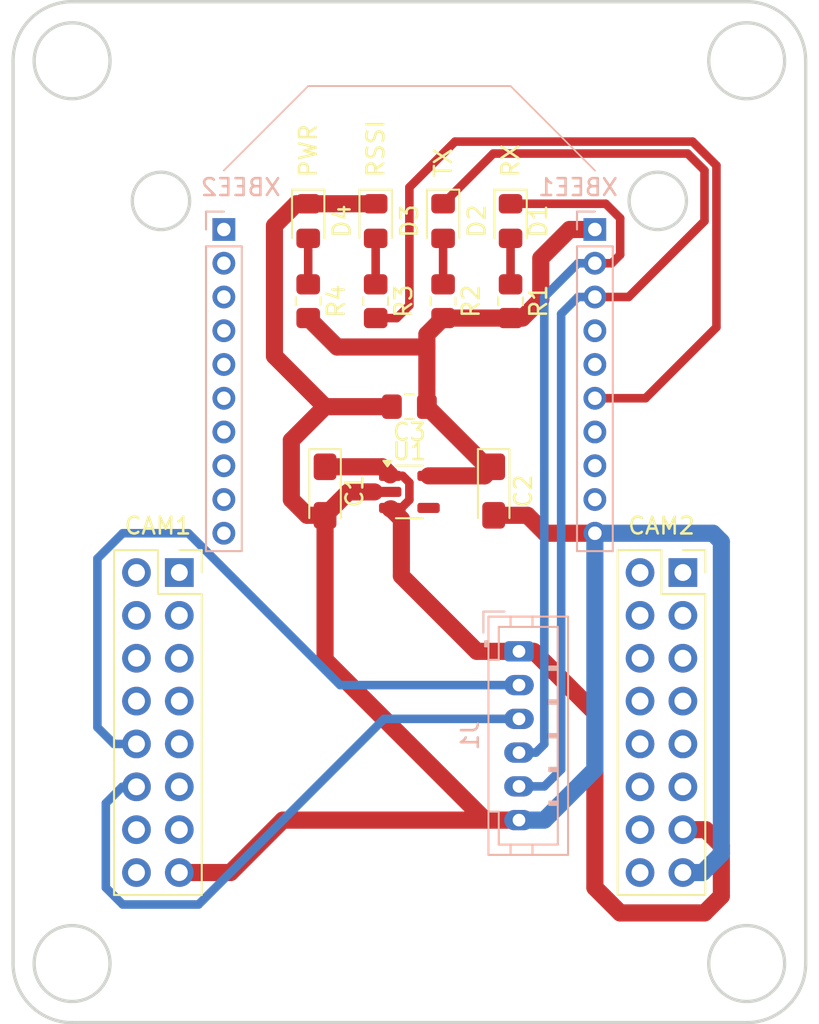
<source format=kicad_pcb>
(kicad_pcb (version 20240108) (generator "pcbnew") (generator_version "8.0")
  (layers (0 "F.Cu" signal) (31 "B.Cu" signal) (34 "B.Paste" user) (35 "F.Paste" user) (36 "B.SilkS" user "B.Silkscreen") (37 "F.SilkS" user "F.Silkscreen") (38 "B.Mask" user) (39 "F.Mask" user) (44 "Edge.Cuts" user))
  (net 0 "")
  (net 1 "+5V")
  (net 2 "GND")
  (net 3 "+3V3")
  (net 20 "COM_RX")
  (net 21 "CAMERA_TX")
  (net 22 "COM_TX")
  (net 23 "CAMERA_RX")
  (net 24 "Net-(D1-A)")
  (net 25 "Net-(D2-A)")
  (net 26 "Net-(D3-A)")
  (net 27 "Net-(D4-A)")
  (net 28 "XBEE_RSSI")
  (footprint "LED_SMD:LED_0805_2012Metric_Pad1.15x1.40mm_HandSolder" (layer "F.Cu") (at 2 -4 -90)
    (property "Reference" "D2" (at 0 -2 90) (layer "F.SilkS"))
    (property "Value" "LED")
    (fp_line (start -1.86 0.96) (end 1 0.96) (stroke (width 0.12)) (layer "F.SilkS"))
    (fp_line (start -1.86 -0.96) (end -1.86 0.96) (stroke (width 0.12)) (layer "F.SilkS"))
    (fp_line (start 1 -0.96) (end -1.86 -0.96) (stroke (width 0.12)) (layer "F.SilkS"))
    (pad "1" smd roundrect (at -1.025 0 270) (size 1.15 1.4) (layers "F.Cu" "F.Paste" "F.Mask") (roundrect_rratio 0.217391) (net 22 "COM_TX"))
    (pad "2" smd roundrect (at 1.025 0 270) (size 1.15 1.4) (layers "F.Cu" "F.Paste" "F.Mask") (roundrect_rratio 0.217391) (net 25 "Net-(D2-A)"))
  )
  (footprint "LED_SMD:LED_0805_2012Metric_Pad1.15x1.40mm_HandSolder" (layer "F.Cu") (at -2 -4 -90)
    (property "Reference" "D3" (at 0 -2 90) (layer "F.SilkS"))
    (property "Value" "LED")
    (fp_line (start -1.86 0.96) (end 1 0.96) (stroke (width 0.12)) (layer "F.SilkS"))
    (fp_line (start -1.86 -0.96) (end -1.86 0.96) (stroke (width 0.12)) (layer "F.SilkS"))
    (fp_line (start 1 -0.96) (end -1.86 -0.96) (stroke (width 0.12)) (layer "F.SilkS"))
    (pad "1" smd roundrect (at -1.025 0 270) (size 1.15 1.4) (layers "F.Cu" "F.Paste" "F.Mask") (roundrect_rratio 0.217391) (net 2 "GND"))
    (pad "2" smd roundrect (at 1.025 0 270) (size 1.15 1.4) (layers "F.Cu" "F.Paste" "F.Mask") (roundrect_rratio 0.217391) (net 26 "Net-(D3-A)"))
  )
  (footprint "Resistor_SMD:R_0805_2012Metric_Pad1.20x1.40mm_HandSolder" (layer "F.Cu") (at -2 0.75 -90)
    (property "Reference" "R3" (at 0 -1.65 90) (layer "F.SilkS"))
    (property "Value" "1k")
    (fp_line (start -0.227064 0.735) (end 0.227064 0.735) (stroke (width 0.12)) (layer "F.SilkS"))
    (fp_line (start -0.227064 -0.735) (end 0.227064 -0.735) (stroke (width 0.12)) (layer "F.SilkS"))
    (pad "1" smd roundrect (at -1 0 270) (size 1.2 1.4) (layers "F.Cu" "F.Paste" "F.Mask") (roundrect_rratio 0.208333) (net 26 "Net-(D3-A)"))
    (pad "2" smd roundrect (at 1 0 270) (size 1.2 1.4) (layers "F.Cu" "F.Paste" "F.Mask") (roundrect_rratio 0.208333) (net 28 "XBEE_RSSI"))
  )
  (footprint "Resistor_SMD:R_0805_2012Metric_Pad1.20x1.40mm_HandSolder" (layer "F.Cu") (at 2 0.75 -90)
    (property "Reference" "R2" (at 0 -1.65 90) (layer "F.SilkS"))
    (property "Value" "1k")
    (fp_line (start -0.227064 0.735) (end 0.227064 0.735) (stroke (width 0.12)) (layer "F.SilkS"))
    (fp_line (start -0.227064 -0.735) (end 0.227064 -0.735) (stroke (width 0.12)) (layer "F.SilkS"))
    (pad "1" smd roundrect (at -1 0 270) (size 1.2 1.4) (layers "F.Cu" "F.Paste" "F.Mask") (roundrect_rratio 0.208333) (net 25 "Net-(D2-A)"))
    (pad "2" smd roundrect (at 1 0 270) (size 1.2 1.4) (layers "F.Cu" "F.Paste" "F.Mask") (roundrect_rratio 0.208333) (net 3 "+3V3"))
  )
  (footprint "Capacitor_Tantalum_SMD:CP_EIA-3216-12_Kemet-S_Pad1.58x1.35mm_HandSolder" (layer "F.Cu") (at -5 12 -90)
    (property "Reference" "C1" (at 0 -1.75 90) (layer "F.SilkS"))
    (property "Value" "10uF")
    (fp_line (start -2.485 0.935) (end 1.6 0.935) (stroke (width 0.12)) (layer "F.SilkS"))
    (fp_line (start -2.485 -0.935) (end -2.485 0.935) (stroke (width 0.12)) (layer "F.SilkS"))
    (fp_line (start 1.6 -0.935) (end -2.485 -0.935) (stroke (width 0.12)) (layer "F.SilkS"))
    (pad "1" smd roundrect (at -1.4375 0 270) (size 1.575 1.35) (layers "F.Cu" "F.Paste" "F.Mask") (roundrect_rratio 0.185185) (net 1 "+5V"))
    (pad "2" smd roundrect (at 1.4375 0 270) (size 1.575 1.35) (layers "F.Cu" "F.Paste" "F.Mask") (roundrect_rratio 0.185185) (net 2 "GND"))
  )
  (footprint "Connector_PinSocket_2.54mm:PinSocket_2x08_P2.54mm_Vertical" (layer "F.Cu") (at -13.642 16.827165)
    (property "Reference" "CAM1" (at -1.27 -2.77 0) (layer "F.SilkS"))
    (property "Value" "Conn_02x08_Top_Bottom")
    (fp_line (start -3.87 -1.33) (end -3.87 19.11) (stroke (width 0.12)) (layer "F.SilkS"))
    (fp_line (start -3.87 -1.33) (end -1.27 -1.33) (stroke (width 0.12)) (layer "F.SilkS"))
    (fp_line (start -3.87 19.11) (end 1.33 19.11) (stroke (width 0.12)) (layer "F.SilkS"))
    (fp_line (start -1.27 -1.33) (end -1.27 1.27) (stroke (width 0.12)) (layer "F.SilkS"))
    (fp_line (start -1.27 1.27) (end 1.33 1.27) (stroke (width 0.12)) (layer "F.SilkS"))
    (fp_line (start 0 -1.33) (end 1.33 -1.33) (stroke (width 0.12)) (layer "F.SilkS"))
    (fp_line (start 1.33 -1.33) (end 1.33 0) (stroke (width 0.12)) (layer "F.SilkS"))
    (fp_line (start 1.33 1.27) (end 1.33 19.11) (stroke (width 0.12)) (layer "F.SilkS"))
    (pad "1" thru_hole rect (at 0 0) (size 1.7 1.7) (drill 1) (layers "*.Cu" "*.Mask"))
    (pad "2" thru_hole oval (at -2.54 0) (size 1.7 1.7) (drill 1) (layers "*.Cu" "*.Mask"))
    (pad "3" thru_hole oval (at 0 2.54) (size 1.7 1.7) (drill 1) (layers "*.Cu" "*.Mask"))
    (pad "4" thru_hole oval (at -2.54 2.54) (size 1.7 1.7) (drill 1) (layers "*.Cu" "*.Mask"))
    (pad "5" thru_hole oval (at 0 5.08) (size 1.7 1.7) (drill 1) (layers "*.Cu" "*.Mask"))
    (pad "6" thru_hole oval (at -2.54 5.08) (size 1.7 1.7) (drill 1) (layers "*.Cu" "*.Mask"))
    (pad "7" thru_hole oval (at 0 7.62) (size 1.7 1.7) (drill 1) (layers "*.Cu" "*.Mask"))
    (pad "8" thru_hole oval (at -2.54 7.62) (size 1.7 1.7) (drill 1) (layers "*.Cu" "*.Mask"))
    (pad "9" thru_hole oval (at 0 10.16) (size 1.7 1.7) (drill 1) (layers "*.Cu" "*.Mask"))
    (pad "10" thru_hole oval (at -2.54 10.16) (size 1.7 1.7) (drill 1) (layers "*.Cu" "*.Mask") (net 23 "CAMERA_RX"))
    (pad "11" thru_hole oval (at 0 12.7) (size 1.7 1.7) (drill 1) (layers "*.Cu" "*.Mask"))
    (pad "12" thru_hole oval (at -2.54 12.7) (size 1.7 1.7) (drill 1) (layers "*.Cu" "*.Mask") (net 21 "CAMERA_TX"))
    (pad "13" thru_hole oval (at 0 15.24) (size 1.7 1.7) (drill 1) (layers "*.Cu" "*.Mask"))
    (pad "14" thru_hole oval (at -2.54 15.24) (size 1.7 1.7) (drill 1) (layers "*.Cu" "*.Mask"))
    (pad "15" thru_hole oval (at 0 17.78) (size 1.7 1.7) (drill 1) (layers "*.Cu" "*.Mask") (net 2 "GND"))
    (pad "16" thru_hole oval (at -2.54 17.78) (size 1.7 1.7) (drill 1) (layers "*.Cu" "*.Mask"))
  )
  (footprint "LED_SMD:LED_0805_2012Metric_Pad1.15x1.40mm_HandSolder" (layer "F.Cu") (at 6 -4 -90)
    (property "Reference" "D1" (at 0 -1.65 90) (layer "F.SilkS"))
    (property "Value" "LED")
    (fp_line (start -1.86 0.96) (end 1 0.96) (stroke (width 0.12)) (layer "F.SilkS"))
    (fp_line (start -1.86 -0.96) (end -1.86 0.96) (stroke (width 0.12)) (layer "F.SilkS"))
    (fp_line (start 1 -0.96) (end -1.86 -0.96) (stroke (width 0.12)) (layer "F.SilkS"))
    (pad "1" smd roundrect (at -1.025 0 270) (size 1.15 1.4) (layers "F.Cu" "F.Paste" "F.Mask") (roundrect_rratio 0.217391) (net 20 "COM_RX"))
    (pad "2" smd roundrect (at 1.025 0 270) (size 1.15 1.4) (layers "F.Cu" "F.Paste" "F.Mask") (roundrect_rratio 0.217391) (net 24 "Net-(D1-A)"))
  )
  (footprint "Package_TO_SOT_SMD:SOT-23-5" (layer "F.Cu") (at 0 12.05)
    (property "Reference" "U1" (at 0 -2.4 0) (layer "F.SilkS"))
    (property "Value" "MIC5219-3.3YM5")
    (fp_line (start 0 -1.56) (end -0.8 -1.56) (stroke (width 0.12)) (layer "F.SilkS"))
    (fp_line (start 0 -1.56) (end 0.8 -1.56) (stroke (width 0.12)) (layer "F.SilkS"))
    (fp_line (start 0 1.56) (end -0.8 1.56) (stroke (width 0.12)) (layer "F.SilkS"))
    (fp_line (start 0 1.56) (end 0.8 1.56) (stroke (width 0.12)) (layer "F.SilkS"))
    (fp_poly (pts (xy -1.3 -1.51) (xy -1.54 -1.84) (xy -1.06 -1.84) (xy -1.3 -1.51)) (stroke (width 0.12)) (fill solid) (layer "F.SilkS"))
    (pad "1" smd roundrect (at -1.1375 -0.95) (size 1.325 0.6) (layers "F.Cu" "F.Paste" "F.Mask") (net 1 "+5V"))
    (pad "2" smd roundrect (at -1.1375 0) (size 1.325 0.6) (layers "F.Cu" "F.Paste" "F.Mask") (net 2 "GND"))
    (pad "3" smd roundrect (at -1.1375 0.95) (size 1.325 0.6) (layers "F.Cu" "F.Paste" "F.Mask") (net 1 "+5V"))
    (pad "4" smd roundrect (at 1.1375 0.95) (size 1.325 0.6) (layers "F.Cu" "F.Paste" "F.Mask"))
    (pad "5" smd roundrect (at 1.1375 -0.95) (size 1.325 0.6) (layers "F.Cu" "F.Paste" "F.Mask") (net 3 "+3V3"))
  )
  (footprint "Capacitor_SMD:C_0805_2012Metric_Pad1.18x1.45mm_HandSolder" (layer "F.Cu") (at 0 7 180)
    (property "Reference" "C3" (at 0 -1.5 0) (layer "F.SilkS"))
    (property "Value" "0.1uF")
    (fp_line (start -0.261252 0.735) (end 0.261252 0.735) (stroke (width 0.12)) (layer "F.SilkS"))
    (fp_line (start -0.261252 -0.735) (end 0.261252 -0.735) (stroke (width 0.12)) (layer "F.SilkS"))
    (pad "1" smd roundrect (at -1.0375 0 180) (size 1.175 1.45) (layers "F.Cu" "F.Paste" "F.Mask") (roundrect_rratio 0.212766) (net 3 "+3V3"))
    (pad "2" smd roundrect (at 1.0375 0 180) (size 1.175 1.45) (layers "F.Cu" "F.Paste" "F.Mask") (roundrect_rratio 0.212766) (net 2 "GND"))
  )
  (footprint "Resistor_SMD:R_0805_2012Metric_Pad1.20x1.40mm_HandSolder" (layer "F.Cu") (at -6 0.75 -90)
    (property "Reference" "R4" (at 0 -1.65 90) (layer "F.SilkS"))
    (property "Value" "1k")
    (fp_line (start -0.227064 0.735) (end 0.227064 0.735) (stroke (width 0.12)) (layer "F.SilkS"))
    (fp_line (start -0.227064 -0.735) (end 0.227064 -0.735) (stroke (width 0.12)) (layer "F.SilkS"))
    (pad "1" smd roundrect (at -1 0 270) (size 1.2 1.4) (layers "F.Cu" "F.Paste" "F.Mask") (roundrect_rratio 0.208333) (net 27 "Net-(D4-A)"))
    (pad "2" smd roundrect (at 1 0 270) (size 1.2 1.4) (layers "F.Cu" "F.Paste" "F.Mask") (roundrect_rratio 0.208333) (net 3 "+3V3"))
  )
  (footprint "Connector_PinSocket_2.54mm:PinSocket_2x08_P2.54mm_Vertical" (layer "F.Cu") (at 16.218 16.827165)
    (property "Reference" "CAM2" (at -1.27 -2.77 0) (layer "F.SilkS"))
    (property "Value" "Conn_02x08_Top_Bottom")
    (fp_line (start -3.87 -1.33) (end -3.87 19.11) (stroke (width 0.12)) (layer "F.SilkS"))
    (fp_line (start -3.87 -1.33) (end -1.27 -1.33) (stroke (width 0.12)) (layer "F.SilkS"))
    (fp_line (start -3.87 19.11) (end 1.33 19.11) (stroke (width 0.12)) (layer "F.SilkS"))
    (fp_line (start -1.27 -1.33) (end -1.27 1.27) (stroke (width 0.12)) (layer "F.SilkS"))
    (fp_line (start -1.27 1.27) (end 1.33 1.27) (stroke (width 0.12)) (layer "F.SilkS"))
    (fp_line (start 0 -1.33) (end 1.33 -1.33) (stroke (width 0.12)) (layer "F.SilkS"))
    (fp_line (start 1.33 -1.33) (end 1.33 0) (stroke (width 0.12)) (layer "F.SilkS"))
    (fp_line (start 1.33 1.27) (end 1.33 19.11) (stroke (width 0.12)) (layer "F.SilkS"))
    (pad "1" thru_hole rect (at 0 0) (size 1.7 1.7) (drill 1) (layers "*.Cu" "*.Mask"))
    (pad "2" thru_hole oval (at -2.54 0) (size 1.7 1.7) (drill 1) (layers "*.Cu" "*.Mask"))
    (pad "3" thru_hole oval (at 0 2.54) (size 1.7 1.7) (drill 1) (layers "*.Cu" "*.Mask"))
    (pad "4" thru_hole oval (at -2.54 2.54) (size 1.7 1.7) (drill 1) (layers "*.Cu" "*.Mask"))
    (pad "5" thru_hole oval (at 0 5.08) (size 1.7 1.7) (drill 1) (layers "*.Cu" "*.Mask"))
    (pad "6" thru_hole oval (at -2.54 5.08) (size 1.7 1.7) (drill 1) (layers "*.Cu" "*.Mask"))
    (pad "7" thru_hole oval (at 0 7.62) (size 1.7 1.7) (drill 1) (layers "*.Cu" "*.Mask"))
    (pad "8" thru_hole oval (at -2.54 7.62) (size 1.7 1.7) (drill 1) (layers "*.Cu" "*.Mask"))
    (pad "9" thru_hole oval (at 0 10.16) (size 1.7 1.7) (drill 1) (layers "*.Cu" "*.Mask"))
    (pad "10" thru_hole oval (at -2.54 10.16) (size 1.7 1.7) (drill 1) (layers "*.Cu" "*.Mask"))
    (pad "11" thru_hole oval (at 0 12.7) (size 1.7 1.7) (drill 1) (layers "*.Cu" "*.Mask"))
    (pad "12" thru_hole oval (at -2.54 12.7) (size 1.7 1.7) (drill 1) (layers "*.Cu" "*.Mask"))
    (pad "13" thru_hole oval (at 0 15.24) (size 1.7 1.7) (drill 1) (layers "*.Cu" "*.Mask") (net 1 "+5V"))
    (pad "14" thru_hole oval (at -2.54 15.24) (size 1.7 1.7) (drill 1) (layers "*.Cu" "*.Mask"))
    (pad "15" thru_hole oval (at 0 17.78) (size 1.7 1.7) (drill 1) (layers "*.Cu" "*.Mask") (net 2 "GND"))
    (pad "16" thru_hole oval (at -2.54 17.78) (size 1.7 1.7) (drill 1) (layers "*.Cu" "*.Mask"))
  )
  (footprint "LED_SMD:LED_0805_2012Metric_Pad1.15x1.40mm_HandSolder" (layer "F.Cu") (at -6 -4 -90)
    (property "Reference" "D4" (at 0 -2 90) (layer "F.SilkS"))
    (property "Value" "LED")
    (fp_line (start -1.86 0.96) (end 1 0.96) (stroke (width 0.12)) (layer "F.SilkS"))
    (fp_line (start -1.86 -0.96) (end -1.86 0.96) (stroke (width 0.12)) (layer "F.SilkS"))
    (fp_line (start 1 -0.96) (end -1.86 -0.96) (stroke (width 0.12)) (layer "F.SilkS"))
    (pad "1" smd roundrect (at -1.025 0 270) (size 1.15 1.4) (layers "F.Cu" "F.Paste" "F.Mask") (roundrect_rratio 0.217391) (net 2 "GND"))
    (pad "2" smd roundrect (at 1.025 0 270) (size 1.15 1.4) (layers "F.Cu" "F.Paste" "F.Mask") (roundrect_rratio 0.217391) (net 27 "Net-(D4-A)"))
  )
  (footprint "Capacitor_Tantalum_SMD:CP_EIA-3216-12_Kemet-S_Pad1.58x1.35mm_HandSolder" (layer "F.Cu") (at 5 12 -90)
    (property "Reference" "C2" (at 0 -1.75 90) (layer "F.SilkS"))
    (property "Value" "10uF")
    (fp_line (start -2.485 0.935) (end 1.6 0.935) (stroke (width 0.12)) (layer "F.SilkS"))
    (fp_line (start -2.485 -0.935) (end -2.485 0.935) (stroke (width 0.12)) (layer "F.SilkS"))
    (fp_line (start 1.6 -0.935) (end -2.485 -0.935) (stroke (width 0.12)) (layer "F.SilkS"))
    (pad "1" smd roundrect (at -1.4375 0 270) (size 1.575 1.35) (layers "F.Cu" "F.Paste" "F.Mask") (roundrect_rratio 0.185185) (net 3 "+3V3"))
    (pad "2" smd roundrect (at 1.4375 0 270) (size 1.575 1.35) (layers "F.Cu" "F.Paste" "F.Mask") (roundrect_rratio 0.185185) (net 2 "GND"))
  )
  (footprint "Resistor_SMD:R_0805_2012Metric_Pad1.20x1.40mm_HandSolder" (layer "F.Cu") (at 6 0.75 -90)
    (property "Reference" "R1" (at 0 -1.65 90) (layer "F.SilkS"))
    (property "Value" "1k")
    (fp_line (start -0.227064 0.735) (end 0.227064 0.735) (stroke (width 0.12)) (layer "F.SilkS"))
    (fp_line (start -0.227064 -0.735) (end 0.227064 -0.735) (stroke (width 0.12)) (layer "F.SilkS"))
    (pad "1" smd roundrect (at -1 0 270) (size 1.2 1.4) (layers "F.Cu" "F.Paste" "F.Mask") (roundrect_rratio 0.208333) (net 24 "Net-(D1-A)"))
    (pad "2" smd roundrect (at 1 0 270) (size 1.2 1.4) (layers "F.Cu" "F.Paste" "F.Mask") (roundrect_rratio 0.208333) (net 3 "+3V3"))
  )
  (footprint "Connector_PinSocket_2.00mm:PinSocket_1x10_P2.00mm_Vertical" (layer "B.Cu") (at -11 -3.5 180)
    (property "Reference" "XBEE2" (at -1 2.5 0) (layer "B.SilkS") (effects (justify mirror)))
    (property "Value" "Conn_01x10")
    (fp_line (start 1.06 1.06) (end 0 1.06) (stroke (width 0.12)) (layer "B.SilkS"))
    (fp_line (start 1.06 0) (end 1.06 1.06) (stroke (width 0.12)) (layer "B.SilkS"))
    (fp_line (start 1.06 -1) (end -1.06 -1) (stroke (width 0.12)) (layer "B.SilkS"))
    (fp_line (start 1.06 -19.06) (end 1.06 -1) (stroke (width 0.12)) (layer "B.SilkS"))
    (fp_line (start 1.06 -19.06) (end -1.06 -19.06) (stroke (width 0.12)) (layer "B.SilkS"))
    (fp_line (start -1.06 -19.06) (end -1.06 -1) (stroke (width 0.12)) (layer "B.SilkS"))
    (pad "1" thru_hole rect (at 0 0 180) (size 1.35 1.35) (drill 0.8) (layers "*.Cu" "*.Mask"))
    (pad "2" thru_hole oval (at 0 -2 180) (size 1.35 1.35) (drill 0.8) (layers "*.Cu" "*.Mask"))
    (pad "3" thru_hole oval (at 0 -4 180) (size 1.35 1.35) (drill 0.8) (layers "*.Cu" "*.Mask"))
    (pad "4" thru_hole oval (at 0 -6 180) (size 1.35 1.35) (drill 0.8) (layers "*.Cu" "*.Mask"))
    (pad "5" thru_hole oval (at 0 -8 180) (size 1.35 1.35) (drill 0.8) (layers "*.Cu" "*.Mask"))
    (pad "6" thru_hole oval (at 0 -10 180) (size 1.35 1.35) (drill 0.8) (layers "*.Cu" "*.Mask"))
    (pad "7" thru_hole oval (at 0 -12 180) (size 1.35 1.35) (drill 0.8) (layers "*.Cu" "*.Mask"))
    (pad "8" thru_hole oval (at 0 -14 180) (size 1.35 1.35) (drill 0.8) (layers "*.Cu" "*.Mask"))
    (pad "9" thru_hole oval (at 0 -16 180) (size 1.35 1.35) (drill 0.8) (layers "*.Cu" "*.Mask"))
    (pad "10" thru_hole oval (at 0 -18 180) (size 1.35 1.35) (drill 0.8) (layers "*.Cu" "*.Mask"))
  )
  (footprint "Connector_JST:JST_PH_B6B-PH-K_1x06_P2.00mm_Vertical" (layer "B.Cu") (at 6.5 21.5 -90)
    (property "Reference" "J1" (at 5 2.9 90) (layer "B.SilkS") (effects (justify mirror)))
    (property "Value" "Conn_01x06")
    (fp_line (start -2.36 2.11) (end -1.11 2.11) (stroke (width 0.12)) (layer "B.SilkS"))
    (fp_line (start -0.6 2.01) (end -0.3 2.01) (stroke (width 0.12)) (layer "B.SilkS"))
    (fp_line (start -0.3 2.01) (end -0.3 1.81) (stroke (width 0.12)) (layer "B.SilkS"))
    (fp_line (start -0.6 1.91) (end -0.3 1.91) (stroke (width 0.12)) (layer "B.SilkS"))
    (fp_line (start -2.06 1.81) (end 12.06 1.81) (stroke (width 0.12)) (layer "B.SilkS"))
    (fp_line (start -0.6 1.81) (end -0.6 2.01) (stroke (width 0.12)) (layer "B.SilkS"))
    (fp_line (start 9.5 1.81) (end 9.5 1.2) (stroke (width 0.12)) (layer "B.SilkS"))
    (fp_line (start 12.06 1.81) (end 12.06 -2.91) (stroke (width 0.12)) (layer "B.SilkS"))
    (fp_line (start -1.45 1.2) (end 0.5 1.2) (stroke (width 0.12)) (layer "B.SilkS"))
    (fp_line (start 0.5 1.2) (end 0.5 1.81) (stroke (width 0.12)) (layer "B.SilkS"))
    (fp_line (start 9.5 1.2) (end 11.45 1.2) (stroke (width 0.12)) (layer "B.SilkS"))
    (fp_line (start 11.45 1.2) (end 11.45 -2.3) (stroke (width 0.12)) (layer "B.SilkS"))
    (fp_line (start -2.36 0.86) (end -2.36 2.11) (stroke (width 0.12)) (layer "B.SilkS"))
    (fp_line (start -1.45 0.5) (end -2.06 0.5) (stroke (width 0.12)) (layer "B.SilkS"))
    (fp_line (start 11.45 0.5) (end 12.06 0.5) (stroke (width 0.12)) (layer "B.SilkS"))
    (fp_line (start -1.45 -0.8) (end -2.06 -0.8) (stroke (width 0.12)) (layer "B.SilkS"))
    (fp_line (start 11.45 -0.8) (end 12.06 -0.8) (stroke (width 0.12)) (layer "B.SilkS"))
    (fp_line (start 0.9 -1.8) (end 0.9 -2.3) (stroke (width 0.12)) (layer "B.SilkS"))
    (fp_line (start 1 -1.8) (end 1 -2.3) (stroke (width 0.12)) (layer "B.SilkS"))
    (fp_line (start 1.1 -1.8) (end 0.9 -1.8) (stroke (width 0.12)) (layer "B.SilkS"))
    (fp_line (start 2.9 -1.8) (end 2.9 -2.3) (stroke (width 0.12)) (layer "B.SilkS"))
    (fp_line (start 3 -1.8) (end 3 -2.3) (stroke (width 0.12)) (layer "B.SilkS"))
    (fp_line (start 3.1 -1.8) (end 2.9 -1.8) (stroke (width 0.12)) (layer "B.SilkS"))
    (fp_line (start 4.9 -1.8) (end 4.9 -2.3) (stroke (width 0.12)) (layer "B.SilkS"))
    (fp_line (start 5 -1.8) (end 5 -2.3) (stroke (width 0.12)) (layer "B.SilkS"))
    (fp_line (start 5.1 -1.8) (end 4.9 -1.8) (stroke (width 0.12)) (layer "B.SilkS"))
    (fp_line (start 6.9 -1.8) (end 6.9 -2.3) (stroke (width 0.12)) (layer "B.SilkS"))
    (fp_line (start 7 -1.8) (end 7 -2.3) (stroke (width 0.12)) (layer "B.SilkS"))
    (fp_line (start 7.1 -1.8) (end 6.9 -1.8) (stroke (width 0.12)) (layer "B.SilkS"))
    (fp_line (start 8.9 -1.8) (end 8.9 -2.3) (stroke (width 0.12)) (layer "B.SilkS"))
    (fp_line (start 9 -1.8) (end 9 -2.3) (stroke (width 0.12)) (layer "B.SilkS"))
    (fp_line (start 9.1 -1.8) (end 8.9 -1.8) (stroke (width 0.12)) (layer "B.SilkS"))
    (fp_line (start -1.45 -2.3) (end -1.45 1.2) (stroke (width 0.12)) (layer "B.SilkS"))
    (fp_line (start 1.1 -2.3) (end 1.1 -1.8) (stroke (width 0.12)) (layer "B.SilkS"))
    (fp_line (start 3.1 -2.3) (end 3.1 -1.8) (stroke (width 0.12)) (layer "B.SilkS"))
    (fp_line (start 5.1 -2.3) (end 5.1 -1.8) (stroke (width 0.12)) (layer "B.SilkS"))
    (fp_line (start 7.1 -2.3) (end 7.1 -1.8) (stroke (width 0.12)) (layer "B.SilkS"))
    (fp_line (start 9.1 -2.3) (end 9.1 -1.8) (stroke (width 0.12)) (layer "B.SilkS"))
    (fp_line (start 11.45 -2.3) (end -1.45 -2.3) (stroke (width 0.12)) (layer "B.SilkS"))
    (fp_line (start -2.06 -2.91) (end -2.06 1.81) (stroke (width 0.12)) (layer "B.SilkS"))
    (fp_line (start 12.06 -2.91) (end -2.06 -2.91) (stroke (width 0.12)) (layer "B.SilkS"))
    (pad "1" thru_hole roundrect (at 0 0 270) (size 1.2 1.75) (drill 0.75) (layers "*.Cu" "*.Mask") (roundrect_rratio 0.208333) (net 1 "+5V"))
    (pad "2" thru_hole oval (at 2 0 270) (size 1.2 1.75) (drill 0.75) (layers "*.Cu" "*.Mask") (net 23 "CAMERA_RX"))
    (pad "3" thru_hole oval (at 4 0 270) (size 1.2 1.75) (drill 0.75) (layers "*.Cu" "*.Mask") (net 21 "CAMERA_TX"))
    (pad "4" thru_hole oval (at 6 0 270) (size 1.2 1.75) (drill 0.75) (layers "*.Cu" "*.Mask") (net 20 "COM_RX"))
    (pad "5" thru_hole oval (at 8 0 270) (size 1.2 1.75) (drill 0.75) (layers "*.Cu" "*.Mask") (net 22 "COM_TX"))
    (pad "6" thru_hole oval (at 10 0 270) (size 1.2 1.75) (drill 0.75) (layers "*.Cu" "*.Mask") (net 2 "GND"))
  )
  (footprint "Connector_PinSocket_2.00mm:PinSocket_1x10_P2.00mm_Vertical" (layer "B.Cu") (at 11 -3.5 180)
    (property "Reference" "XBEE1" (at 1 2.5 0) (layer "B.SilkS") (effects (justify mirror)))
    (property "Value" "Conn_01x10")
    (fp_line (start 1.06 1.06) (end 0 1.06) (stroke (width 0.12)) (layer "B.SilkS"))
    (fp_line (start 1.06 0) (end 1.06 1.06) (stroke (width 0.12)) (layer "B.SilkS"))
    (fp_line (start 1.06 -1) (end -1.06 -1) (stroke (width 0.12)) (layer "B.SilkS"))
    (fp_line (start 1.06 -19.06) (end 1.06 -1) (stroke (width 0.12)) (layer "B.SilkS"))
    (fp_line (start 1.06 -19.06) (end -1.06 -19.06) (stroke (width 0.12)) (layer "B.SilkS"))
    (fp_line (start -1.06 -19.06) (end -1.06 -1) (stroke (width 0.12)) (layer "B.SilkS"))
    (pad "1" thru_hole rect (at 0 0 180) (size 1.35 1.35) (drill 0.8) (layers "*.Cu" "*.Mask") (net 3 "+3V3"))
    (pad "2" thru_hole oval (at 0 -2 180) (size 1.35 1.35) (drill 0.8) (layers "*.Cu" "*.Mask") (net 20 "COM_RX"))
    (pad "3" thru_hole oval (at 0 -4 180) (size 1.35 1.35) (drill 0.8) (layers "*.Cu" "*.Mask") (net 22 "COM_TX"))
    (pad "4" thru_hole oval (at 0 -6 180) (size 1.35 1.35) (drill 0.8) (layers "*.Cu" "*.Mask"))
    (pad "5" thru_hole oval (at 0 -8 180) (size 1.35 1.35) (drill 0.8) (layers "*.Cu" "*.Mask"))
    (pad "6" thru_hole oval (at 0 -10 180) (size 1.35 1.35) (drill 0.8) (layers "*.Cu" "*.Mask") (net 28 "XBEE_RSSI"))
    (pad "7" thru_hole oval (at 0 -12 180) (size 1.35 1.35) (drill 0.8) (layers "*.Cu" "*.Mask"))
    (pad "8" thru_hole oval (at 0 -14 180) (size 1.35 1.35) (drill 0.8) (layers "*.Cu" "*.Mask"))
    (pad "9" thru_hole oval (at 0 -16 180) (size 1.35 1.35) (drill 0.8) (layers "*.Cu" "*.Mask"))
    (pad "10" thru_hole oval (at 0 -18 180) (size 1.35 1.35) (drill 0.8) (layers "*.Cu" "*.Mask") (net 2 "GND"))
  )
  (gr_line (start 6 -12) (end -6 -12) (stroke (width 0.1)) (layer "B.SilkS"))
  (gr_line (start 11 -7) (end 6 -12) (stroke (width 0.1)) (layer "B.SilkS"))
  (gr_line (start -11 -7) (end -6 -12) (stroke (width 0.1)) (layer "B.SilkS"))
  (gr_line (start -20.000001 -17) (end 20 -17) (stroke (width 0.2)) (layer "Edge.Cuts"))
  (gr_circle (center 20 40) (end 22.25 40) (stroke (width 0.2)) (fill none) (layer "Edge.Cuts"))
  (gr_circle (center -20 -13.5) (end -17.75 -13.5) (stroke (width 0.2)) (fill none) (layer "Edge.Cuts"))
  (gr_line (start -20.000001 43.5) (end 19.999994 43.5) (stroke (width 0.2)) (layer "Edge.Cuts"))
  (gr_arc (start -23.5 -13.500001) (mid -22.474874 -15.974874) (end -20.000001 -17) (stroke (width 0.2)) (layer "Edge.Cuts"))
  (gr_line (start 23.5 40) (end 23.5 -13.5) (stroke (width 0.2)) (layer "Edge.Cuts"))
  (gr_circle (center -20 40) (end -17.75 40) (stroke (width 0.2)) (fill none) (layer "Edge.Cuts"))
  (gr_arc (start 20 -17) (mid 22.474874 -15.974874) (end 23.5 -13.5) (stroke (width 0.2)) (layer "Edge.Cuts"))
  (gr_line (start -23.5 -13.500001) (end -23.5 40.000001) (stroke (width 0.2)) (layer "Edge.Cuts"))
  (gr_arc (start 23.5 40) (mid 22.474872 42.474876) (end 19.999994 43.5) (stroke (width 0.2)) (layer "Edge.Cuts"))
  (gr_circle (center -14.73 -5.19483) (end -13.03 -5.19483) (stroke (width 0.2)) (fill none) (layer "Edge.Cuts"))
  (gr_circle (center 14.73 -5.19483) (end 16.43 -5.19483) (stroke (width 0.2)) (fill none) (layer "Edge.Cuts"))
  (gr_arc (start -20.000001 43.5) (mid -22.474874 42.474874) (end -23.5 40.000001) (stroke (width 0.2)) (layer "Edge.Cuts"))
  (gr_circle (center 20 -13.5) (end 22.25 -13.5) (stroke (width 0.2)) (fill none) (layer "Edge.Cuts"))
  (gr_text "TX" (at 2 -6.5 90) (layer "F.SilkS") (effects (font (size 1 1)) (justify left)))
  (gr_text "RSSI" (at -2 -6.5 90) (layer "F.SilkS") (effects (font (size 1 1)) (justify left)))
  (gr_text "RX" (at 6 -6.5 90) (layer "F.SilkS") (effects (font (size 1 1)) (justify left)))
  (gr_text "PWR" (at -6 -6.5 90) (layer "F.SilkS") (effects (font (size 1 1)) (justify left)))
  (segment (start -0.4 11.1) (end -1.1375 11.1) (width 0.508) (layer "F.Cu") (net 1))
  (segment (start 18.5 33) (end 17.567165 32.067165) (width 1.016) (layer "F.Cu") (net 1))
  (segment (start 12.5 37) (end 17.5 37) (width 1.016) (layer "F.Cu") (net 1))
  (segment (start -1.1375 13) (end -0.475001 13) (width 0.508) (layer "F.Cu") (net 1))
  (segment (start -1.617 10.5625) (end -1.1375 11.042) (width 1.016) (layer "F.Cu") (net 1))
  (segment (start -0.475001 17.024999) (end -0.475001 13.662499) (width 1.016) (layer "F.Cu") (net 1))
  (segment (start -1.675 10.5625) (end -1.1375 11.1) (width 0.508) (layer "F.Cu") (net 1))
  (segment (start -0.475001 13) (end -0.475001 17.024999) (width 0.508) (layer "F.Cu") (net 1))
  (segment (start -0.475001 13) (end 0 12.524999) (width 0.508) (layer "F.Cu") (net 1))
  (segment (start -0.475001 13.662499) (end -1.0795 13.058) (width 1.016) (layer "F.Cu") (net 1))
  (segment (start -5 10.5625) (end -1.617 10.5625) (width 1.016) (layer "F.Cu") (net 1))
  (segment (start 11 25.125) (end 11 35.5) (width 1.016) (layer "F.Cu") (net 1))
  (segment (start 17.567165 32.067165) (end 16.218 32.067165) (width 1.016) (layer "F.Cu") (net 1))
  (segment (start 17.5 37) (end 18.5 36) (width 1.016) (layer "F.Cu") (net 1))
  (segment (start 11 35.5) (end 12.5 37) (width 1.016) (layer "F.Cu") (net 1))
  (segment (start -5 10.5625) (end -1.675 10.5625) (width 0.508) (layer "F.Cu") (net 1))
  (segment (start 6.5 21.5) (end 4 21.5) (width 1.016) (layer "F.Cu") (net 1))
  (segment (start 0 11.5) (end -0.4 11.1) (width 0.508) (layer "F.Cu") (net 1))
  (segment (start -1.0795 13.058) (end -1.1375 13.058) (width 1.016) (layer "F.Cu") (net 1))
  (segment (start 7.375 21.5) (end 11 25.125) (width 1.016) (layer "F.Cu") (net 1))
  (segment (start 18.5 36) (end 18.5 33) (width 1.016) (layer "F.Cu") (net 1))
  (segment (start 6.5 21.5) (end 7.375 21.5) (width 1.016) (layer "F.Cu") (net 1))
  (segment (start 0 12.524999) (end 0 11.5) (width 0.508) (layer "F.Cu") (net 1))
  (segment (start 4 21.5) (end -0.475001 17.024999) (width 1.016) (layer "F.Cu") (net 1))
  (segment (start -6.0625 13.4375) (end -7 12.5) (width 1.016) (layer "F.Cu") (net 2))
  (segment (start -10.607165 34.607165) (end -13.642 34.607165) (width 1.016) (layer "F.Cu") (net 2))
  (segment (start 4.5 31.5) (end 6.5 31.5) (width 1.016) (layer "F.Cu") (net 2))
  (segment (start -5 13.4375) (end -5 22) (width 1.016) (layer "F.Cu") (net 2))
  (segment (start 7 13.4375) (end 5 13.4375) (width 1.016) (layer "F.Cu") (net 2))
  (segment (start 6.5 31.5) (end -7.5 31.5) (width 1.016) (layer "F.Cu") (net 2))
  (segment (start -7.5 31.5) (end -10.607165 34.607165) (width 1.016) (layer "F.Cu") (net 2))
  (segment (start 5 13.4375) (end 5 13.0375) (width 0.508) (layer "F.Cu") (net 2))
  (segment (start -7 12.5) (end -7 9) (width 1.016) (layer "F.Cu") (net 2))
  (segment (start -3.5 12.05) (end -2.067552 12.05) (width 1.016) (layer "F.Cu") (net 2))
  (segment (start -3.6125 12.05) (end -3.5 12.05) (width 1.016) (layer "F.Cu") (net 2))
  (segment (start -8 4) (end -8 -3.725) (width 1.016) (layer "F.Cu") (net 2))
  (segment (start -6.7 -5.025) (end -6 -5.025) (width 1.016) (layer "F.Cu") (net 2))
  (segment (start -5 7) (end -1.0375 7) (width 1.016) (layer "F.Cu") (net 2))
  (segment (start -3.5 12.05) (end -1.1375 12.05) (width 0.508) (layer "F.Cu") (net 2))
  (segment (start -8 -3.725) (end -6.7 -5.025) (width 1.016) (layer "F.Cu") (net 2))
  (segment (start -7 9) (end -5 7) (width 1.016) (layer "F.Cu") (net 2))
  (segment (start -6 -5.025) (end -2 -5.025) (width 1.016) (layer "F.Cu") (net 2))
  (segment (start 11 14.5) (end 8.0625 14.5) (width 1.016) (layer "F.Cu") (net 2))
  (segment (start -5 13.4375) (end -3.6125 12.05) (width 1.016) (layer "F.Cu") (net 2))
  (segment (start 8.0625 14.5) (end 7 13.4375) (width 1.016) (layer "F.Cu") (net 2))
  (segment (start -5 13.4375) (end -6.0625 13.4375) (width 1.016) (layer "F.Cu") (net 2))
  (segment (start -5 22) (end 4.5 31.5) (width 1.016) (layer "F.Cu") (net 2))
  (segment (start -5 7) (end -8 4) (width 1.016) (layer "F.Cu") (net 2))
  (segment (start 17.392835 34.607165) (end 16.218 34.607165) (width 1.016) (layer "B.Cu") (net 2))
  (segment (start 10.75 28.25) (end 11 28) (width 0.508) (layer "B.Cu") (net 2))
  (segment (start 11 28.5) (end 11 28) (width 1.016) (layer "B.Cu") (net 2))
  (segment (start 18.5 15) (end 18.5 33.5) (width 1.016) (layer "B.Cu") (net 2))
  (segment (start 8 31.5) (end 11 28.5) (width 1.016) (layer "B.Cu") (net 2))
  (segment (start 11 28) (end 11 14.5) (width 1.016) (layer "B.Cu") (net 2))
  (segment (start 11 14.5) (end 18 14.5) (width 1.016) (layer "B.Cu") (net 2))
  (segment (start 18.5 33.5) (end 17.392835 34.607165) (width 1.016) (layer "B.Cu") (net 2))
  (segment (start 6.5 31.5) (end 8 31.5) (width 1.016) (layer "B.Cu") (net 2))
  (segment (start 18 14.5) (end 18.5 15) (width 1.016) (layer "B.Cu") (net 2))
  (segment (start 4.6 10.5625) (end 1.0375 7) (width 1.016) (layer "F.Cu") (net 3))
  (segment (start 7.792 -1.792) (end 9.5 -3.5) (width 1.016) (layer "F.Cu") (net 3))
  (segment (start 1.1375 11.1) (end 4.4625 11.1) (width 1.016) (layer "F.Cu") (net 3))
  (segment (start 2 1.75) (end 6 1.75) (width 1.016) (layer "F.Cu") (net 3))
  (segment (start 1.0375 3.4625) (end 1.0375 2.7125) (width 1.016) (layer "F.Cu") (net 3))
  (segment (start -4.2875 3.4625) (end -4.375 3.375) (width 1.016) (layer "F.Cu") (net 3))
  (segment (start 1.0375 7) (end 1.0375 3.4625) (width 1.016) (layer "F.Cu") (net 3))
  (segment (start 5 10.5625) (end 4.6 10.5625) (width 1.016) (layer "F.Cu") (net 3))
  (segment (start -4.375 3.375) (end -6 1.75) (width 1.016) (layer "F.Cu") (net 3))
  (segment (start 6 1.75) (end 6.7 1.75) (width 1.016) (layer "F.Cu") (net 3))
  (segment (start 7.792 0.658) (end 7.792 -1.792) (width 1.016) (layer "F.Cu") (net 3))
  (segment (start 9.5 -3.5) (end 11 -3.5) (width 1.016) (layer "F.Cu") (net 3))
  (segment (start 6.7 1.75) (end 7.792 0.658) (width 1.016) (layer "F.Cu") (net 3))
  (segment (start 4.4625 11.1) (end 5 10.5625) (width 1.016) (layer "F.Cu") (net 3))
  (segment (start 1.0375 3.4625) (end -4.2875 3.4625) (width 1.016) (layer "F.Cu") (net 3))
  (segment (start 1.0375 2.7125) (end 2 1.75) (width 1.016) (layer "F.Cu") (net 3))
  (segment (start 11.64333 -5.025) (end 6 -5.025) (width 0.508) (layer "F.Cu") (net 20))
  (segment (start 11 -1.5) (end 12 -1.5) (width 0.508) (layer "F.Cu") (net 20))
  (segment (start 12 -1.5) (end 12.5 -2) (width 0.508) (layer "F.Cu") (net 20))
  (segment (start 12.5 -4.16833) (end 11.64333 -5.025) (width 0.508) (layer "F.Cu") (net 20))
  (segment (start 12.5 -2) (end 12.5 -4.16833) (width 0.508) (layer "F.Cu") (net 20))
  (segment (start 10 -1.5) (end 11 -1.5) (width 0.508) (layer "B.Cu") (net 20))
  (segment (start 6.5 27.5) (end 7.5 27.5) (width 0.508) (layer "B.Cu") (net 20))
  (segment (start 7.5 27.5) (end 8 27) (width 0.508) (layer "B.Cu") (net 20))
  (segment (start 8 27) (end 8 0.5) (width 0.508) (layer "B.Cu") (net 20))
  (segment (start 8 0.5) (end 10 -1.5) (width 0.508) (layer "B.Cu") (net 20))
  (segment (start -12.5 36.5) (end -17 36.5) (width 0.508) (layer "B.Cu") (net 21))
  (segment (start -18 30.5) (end -17.027165 29.527165) (width 0.508) (layer "B.Cu") (net 21))
  (segment (start -17.027165 29.527165) (end -16.182 29.527165) (width 0.508) (layer "B.Cu") (net 21))
  (segment (start -1.5 25.5) (end -12.5 36.5) (width 0.508) (layer "B.Cu") (net 21))
  (segment (start -18 35.5) (end -18 30.5) (width 0.508) (layer "B.Cu") (net 21))
  (segment (start -17 36.5) (end -18 35.5) (width 0.508) (layer "B.Cu") (net 21))
  (segment (start 6.5 25.5) (end -1.5 25.5) (width 0.508) (layer "B.Cu") (net 21))
  (segment (start 13 0.5) (end 17.5 -4) (width 0.508) (layer "F.Cu") (net 22))
  (segment (start 17.5 -7) (end 16.5 -8) (width 0.508) (layer "F.Cu") (net 22))
  (segment (start 16.5 -8) (end 4.975 -8) (width 0.508) (layer "F.Cu") (net 22))
  (segment (start 11 0.5) (end 13 0.5) (width 0.508) (layer "F.Cu") (net 22))
  (segment (start 17.5 -4) (end 17.5 -7) (width 0.508) (layer "F.Cu") (net 22))
  (segment (start 4.975 -8) (end 2 -5.025) (width 0.508) (layer "F.Cu") (net 22))
  (segment (start 10 0.5) (end 9 1.5) (width 0.508) (layer "B.Cu") (net 22))
  (segment (start 8 29.5) (end 6.5 29.5) (width 0.508) (layer "B.Cu") (net 22))
  (segment (start 9 28.5) (end 8 29.5) (width 0.508) (layer "B.Cu") (net 22))
  (segment (start 9 1.5) (end 9 28.5) (width 0.508) (layer "B.Cu") (net 22))
  (segment (start 11 0.5) (end 10 0.5) (width 0.508) (layer "B.Cu") (net 22))
  (segment (start -18.5 16) (end -18.5 26) (width 0.508) (layer "B.Cu") (net 23))
  (segment (start 6.5 23.5) (end -4.106 23.5) (width 0.508) (layer "B.Cu") (net 23))
  (segment (start -17.512835 26.987165) (end -16.182 26.987165) (width 0.508) (layer "B.Cu") (net 23))
  (segment (start -17 14.5) (end -18.5 16) (width 0.508) (layer "B.Cu") (net 23))
  (segment (start -4.106 23.5) (end -13.106 14.5) (width 0.508) (layer "B.Cu") (net 23))
  (segment (start -18.5 26) (end -17.512835 26.987165) (width 0.508) (layer "B.Cu") (net 23))
  (segment (start -13.106 14.5) (end -17 14.5) (width 0.508) (layer "B.Cu") (net 23))
  (segment (start 6 -0.25) (end 6 -2.975) (width 0.508) (layer "F.Cu") (net 24))
  (segment (start 2 -0.25) (end 2 -2.975) (width 0.508) (layer "F.Cu") (net 25))
  (segment (start -2 -2.975) (end -2 -0.25) (width 0.508) (layer "F.Cu") (net 26))
  (segment (start -6 -0.25) (end -6 -2.975) (width 0.508) (layer "F.Cu") (net 27))
  (segment (start 18.208 2.292) (end 14 6.5) (width 0.508) (layer "F.Cu") (net 28))
  (segment (start 2.708 -8.708) (end 16.793264 -8.708) (width 0.508) (layer "F.Cu") (net 28))
  (segment (start -2 1.75) (end -0.75 1.75) (width 0.508) (layer "F.Cu") (net 28))
  (segment (start 0 1) (end 0 -6) (width 0.508) (layer "F.Cu") (net 28))
  (segment (start 18.208 -7.293264) (end 18.208 2.292) (width 0.508) (layer "F.Cu") (net 28))
  (segment (start 16.793264 -8.708) (end 18.208 -7.293264) (width 0.508) (layer "F.Cu") (net 28))
  (segment (start 0 -6) (end 2.708 -8.708) (width 0.508) (layer "F.Cu") (net 28))
  (segment (start 14 6.5) (end 11 6.5) (width 0.508) (layer "F.Cu") (net 28))
  (segment (start -0.75 1.75) (end 0 1) (width 0.508) (layer "F.Cu") (net 28))
)
</source>
